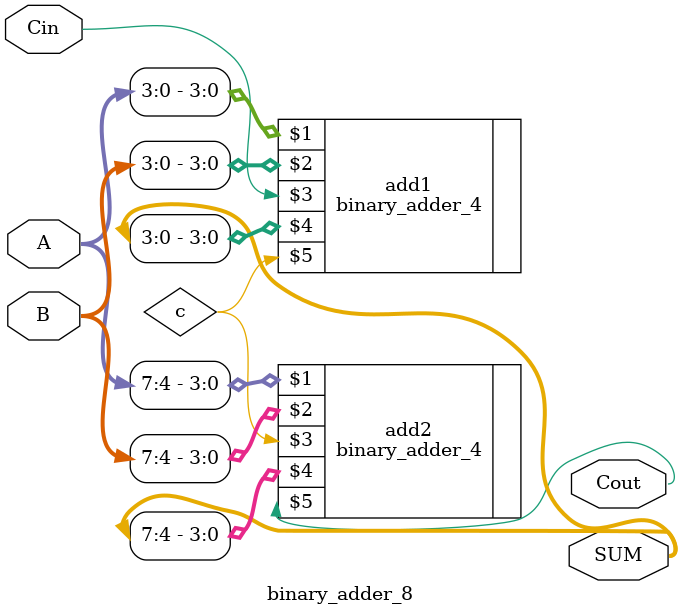
<source format=v>
module binary_adder_8 (A,B,Cin,SUM,Cout);
input [7:0] A,B;
input Cin;
output [7:0] SUM;
output Cout;
wire c;

binary_adder_4 add1(A[3:0], B[3:0], Cin, SUM[3:0], c);
binary_adder_4 add2(A[7:4], B[7:4], c, SUM[7:4],Cout);


endmodule

</source>
